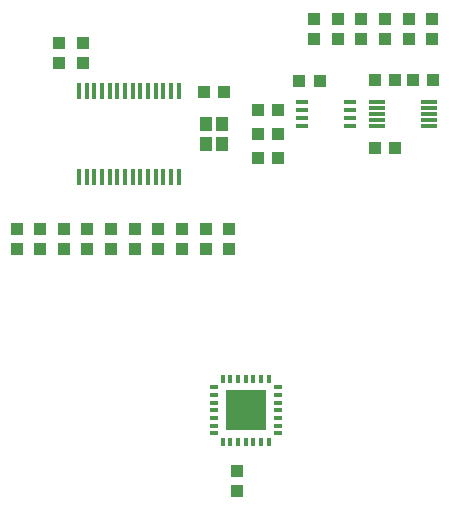
<source format=gbr>
G04 EAGLE Gerber RS-274X export*
G75*
%MOMM*%
%FSLAX34Y34*%
%LPD*%
%INSolderpaste Bottom*%
%IPPOS*%
%AMOC8*
5,1,8,0,0,1.08239X$1,22.5*%
G01*
G04 Define Apertures*
%ADD10R,1.000000X1.100000*%
%ADD11R,1.100000X1.000000*%
%ADD12R,1.000000X0.450000*%
%ADD13R,0.325000X0.682500*%
%ADD14R,0.682400X0.325000*%
%ADD15R,0.325000X0.682400*%
%ADD16R,3.471000X3.471000*%
%ADD17R,0.348000X1.397000*%
%ADD18R,1.000000X1.200000*%
%ADD19R,1.422400X0.304800*%
D10*
X268000Y548500D03*
X268000Y565500D03*
X328000Y548500D03*
X328000Y565500D03*
D11*
X319500Y456000D03*
X336500Y456000D03*
X319500Y514000D03*
X336500Y514000D03*
D10*
X203000Y165500D03*
X203000Y182500D03*
D11*
X272500Y513000D03*
X255500Y513000D03*
X220500Y448000D03*
X237500Y448000D03*
D10*
X156000Y370500D03*
X156000Y387500D03*
X116000Y370500D03*
X116000Y387500D03*
X176000Y370500D03*
X176000Y387500D03*
X76000Y370500D03*
X76000Y387500D03*
X36000Y370500D03*
X36000Y387500D03*
D11*
X174500Y504000D03*
X191500Y504000D03*
D10*
X52000Y528500D03*
X52000Y545500D03*
X196000Y387500D03*
X196000Y370500D03*
X16000Y387500D03*
X16000Y370500D03*
X72000Y528500D03*
X72000Y545500D03*
D12*
X298500Y494750D03*
X298500Y488250D03*
X298500Y481750D03*
X298500Y475250D03*
X257500Y475250D03*
X257500Y481750D03*
X257500Y488250D03*
X257500Y494750D03*
D13*
X229500Y206993D03*
X223000Y206993D03*
X216500Y206993D03*
X210000Y206993D03*
X203500Y206993D03*
X197000Y206993D03*
X190500Y206993D03*
D14*
X182993Y214500D03*
X182993Y221000D03*
X182993Y227500D03*
X182993Y234000D03*
X182993Y240500D03*
X182993Y247000D03*
X182993Y253500D03*
D15*
X190500Y261007D03*
X197000Y261007D03*
X203500Y261007D03*
X210000Y261007D03*
X216500Y261007D03*
X223000Y261007D03*
X229500Y261007D03*
D14*
X237007Y253500D03*
X237007Y247000D03*
X237007Y240500D03*
X237007Y234000D03*
X237007Y227500D03*
X237007Y221000D03*
X237007Y214500D03*
D16*
X210000Y234000D03*
D17*
X68750Y431440D03*
X75250Y431440D03*
X81750Y431440D03*
X88250Y431440D03*
X94750Y431440D03*
X101250Y431440D03*
X107750Y431440D03*
X120750Y431440D03*
X114250Y431440D03*
X127250Y431440D03*
X133750Y431440D03*
X140250Y431440D03*
X146750Y431440D03*
X153250Y431440D03*
X68750Y504560D03*
X75250Y504560D03*
X81750Y504560D03*
X88250Y504560D03*
X94750Y504560D03*
X101250Y504560D03*
X107750Y504560D03*
X114250Y504560D03*
X120750Y504560D03*
X127250Y504560D03*
X133750Y504560D03*
X140250Y504560D03*
X146750Y504560D03*
X153250Y504560D03*
D18*
X189500Y476500D03*
X189500Y459500D03*
X176500Y459500D03*
X176500Y476500D03*
D11*
X288000Y548500D03*
X288000Y565500D03*
X308000Y565500D03*
X308000Y548500D03*
X348000Y548500D03*
X348000Y565500D03*
X368000Y565500D03*
X368000Y548500D03*
D10*
X368500Y514000D03*
X351500Y514000D03*
X220500Y488000D03*
X237500Y488000D03*
X237500Y468000D03*
X220500Y468000D03*
D11*
X136000Y387500D03*
X136000Y370500D03*
X96000Y387500D03*
X96000Y370500D03*
X56000Y370500D03*
X56000Y387500D03*
D19*
X321156Y475094D03*
X321156Y479920D03*
X321156Y485000D03*
X321156Y490080D03*
X321156Y494906D03*
X364844Y494906D03*
X364844Y490080D03*
X364844Y485000D03*
X364844Y479920D03*
X364844Y475094D03*
M02*

</source>
